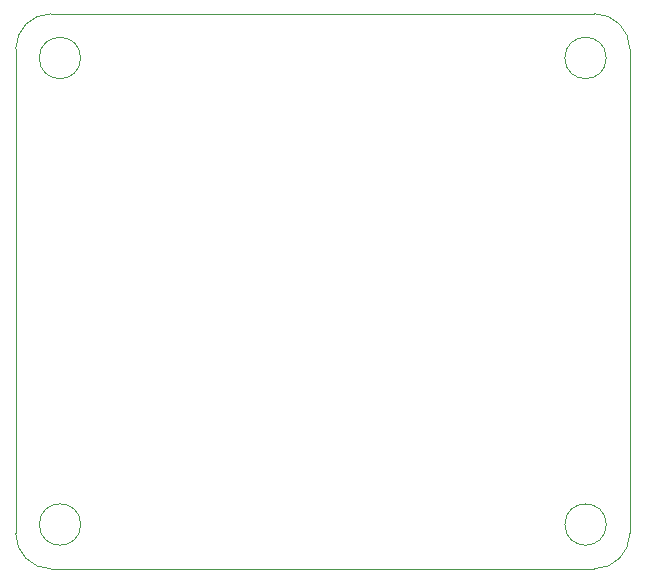
<source format=gbr>
%TF.GenerationSoftware,KiCad,Pcbnew,5.1.6-c6e7f7d~87~ubuntu18.04.1*%
%TF.CreationDate,2021-08-18T14:30:57+12:00*%
%TF.ProjectId,Output Splitter,4f757470-7574-4205-9370-6c6974746572,rev?*%
%TF.SameCoordinates,Original*%
%TF.FileFunction,Profile,NP*%
%FSLAX46Y46*%
G04 Gerber Fmt 4.6, Leading zero omitted, Abs format (unit mm)*
G04 Created by KiCad (PCBNEW 5.1.6-c6e7f7d~87~ubuntu18.04.1) date 2021-08-18 14:30:57*
%MOMM*%
%LPD*%
G01*
G04 APERTURE LIST*
%TA.AperFunction,Profile*%
%ADD10C,0.050000*%
%TD*%
G04 APERTURE END LIST*
D10*
X102000000Y-29000000D02*
X148000000Y-29000000D01*
X99000000Y-73000000D02*
X99000000Y-32000000D01*
X148000000Y-76000000D02*
X102000000Y-76000000D01*
X151000000Y-32000000D02*
X151000000Y-73000000D01*
X151000000Y-73000000D02*
G75*
G02*
X148000000Y-76000000I-3000000J0D01*
G01*
X102000000Y-76000000D02*
G75*
G02*
X99000000Y-73000000I0J3000000D01*
G01*
X99000000Y-32000000D02*
G75*
G02*
X102000000Y-29000000I3000000J0D01*
G01*
X148000000Y-29000000D02*
G75*
G02*
X151000000Y-32000000I0J-3000000D01*
G01*
X149000000Y-72250000D02*
G75*
G03*
X149000000Y-72250000I-1750000J0D01*
G01*
X149000000Y-32750000D02*
G75*
G03*
X149000000Y-32750000I-1750000J0D01*
G01*
X104500000Y-32750000D02*
G75*
G03*
X104500000Y-32750000I-1750000J0D01*
G01*
X104500000Y-72250000D02*
G75*
G03*
X104500000Y-72250000I-1750000J0D01*
G01*
M02*

</source>
